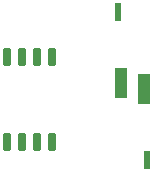
<source format=gbr>
%TF.GenerationSoftware,KiCad,Pcbnew,8.0.6*%
%TF.CreationDate,2024-12-07T18:41:02+09:00*%
%TF.ProjectId,ActuKit,41637475-4b69-4742-9e6b-696361645f70,rev?*%
%TF.SameCoordinates,Original*%
%TF.FileFunction,Paste,Top*%
%TF.FilePolarity,Positive*%
%FSLAX46Y46*%
G04 Gerber Fmt 4.6, Leading zero omitted, Abs format (unit mm)*
G04 Created by KiCad (PCBNEW 8.0.6) date 2024-12-07 18:41:02*
%MOMM*%
%LPD*%
G01*
G04 APERTURE LIST*
G04 Aperture macros list*
%AMRoundRect*
0 Rectangle with rounded corners*
0 $1 Rounding radius*
0 $2 $3 $4 $5 $6 $7 $8 $9 X,Y pos of 4 corners*
0 Add a 4 corners polygon primitive as box body*
4,1,4,$2,$3,$4,$5,$6,$7,$8,$9,$2,$3,0*
0 Add four circle primitives for the rounded corners*
1,1,$1+$1,$2,$3*
1,1,$1+$1,$4,$5*
1,1,$1+$1,$6,$7*
1,1,$1+$1,$8,$9*
0 Add four rect primitives between the rounded corners*
20,1,$1+$1,$2,$3,$4,$5,0*
20,1,$1+$1,$4,$5,$6,$7,0*
20,1,$1+$1,$6,$7,$8,$9,0*
20,1,$1+$1,$8,$9,$2,$3,0*%
G04 Aperture macros list end*
%ADD10RoundRect,0.150000X-0.150000X0.650000X-0.150000X-0.650000X0.150000X-0.650000X0.150000X0.650000X0*%
%ADD11R,1.000000X2.500000*%
%ADD12R,0.500000X1.500000*%
G04 APERTURE END LIST*
D10*
%TO.C,U2*%
X144705000Y-107000000D03*
X143435000Y-107000000D03*
X142165000Y-107000000D03*
X140895000Y-107000000D03*
X140895000Y-114200000D03*
X142165000Y-114200000D03*
X143435000Y-114200000D03*
X144705000Y-114200000D03*
%TD*%
D11*
%TO.C,U1*%
X150500000Y-109200000D03*
X152500000Y-109700000D03*
D12*
X150250000Y-103200000D03*
X152750000Y-115700000D03*
%TD*%
M02*

</source>
